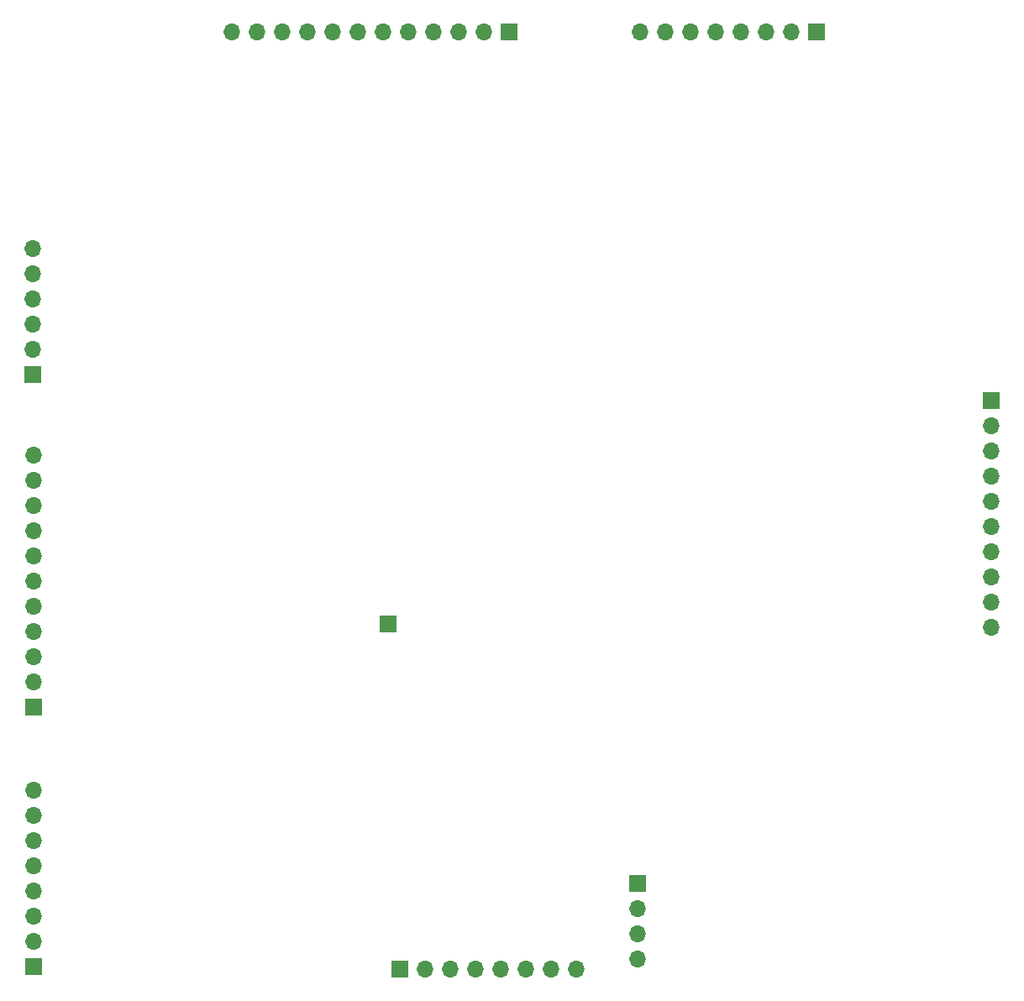
<source format=gbr>
%TF.GenerationSoftware,KiCad,Pcbnew,(6.0.0-0)*%
%TF.CreationDate,2022-02-14T22:32:37-05:00*%
%TF.ProjectId,control-unit,636f6e74-726f-46c2-9d75-6e69742e6b69,rev?*%
%TF.SameCoordinates,Original*%
%TF.FileFunction,Soldermask,Bot*%
%TF.FilePolarity,Negative*%
%FSLAX46Y46*%
G04 Gerber Fmt 4.6, Leading zero omitted, Abs format (unit mm)*
G04 Created by KiCad (PCBNEW (6.0.0-0)) date 2022-02-14 22:32:37*
%MOMM*%
%LPD*%
G01*
G04 APERTURE LIST*
%ADD10R,1.700000X1.700000*%
%ADD11O,1.700000X1.700000*%
G04 APERTURE END LIST*
D10*
%TO.C,J9*%
X120142000Y-117348000D03*
%TD*%
%TO.C,J8*%
X145288000Y-143510000D03*
D11*
X145288000Y-146050000D03*
X145288000Y-148590000D03*
X145288000Y-151130000D03*
%TD*%
D10*
%TO.C,J1*%
X121356000Y-152077000D03*
D11*
X123896000Y-152077000D03*
X126436000Y-152077000D03*
X128976000Y-152077000D03*
X131516000Y-152077000D03*
X134056000Y-152077000D03*
X136596000Y-152077000D03*
X139136000Y-152077000D03*
%TD*%
D10*
%TO.C,J3*%
X84446000Y-125675000D03*
D11*
X84446000Y-123135000D03*
X84446000Y-120595000D03*
X84446000Y-118055000D03*
X84446000Y-115515000D03*
X84446000Y-112975000D03*
X84446000Y-110435000D03*
X84446000Y-107895000D03*
X84446000Y-105355000D03*
X84446000Y-102815000D03*
X84446000Y-100275000D03*
%TD*%
D10*
%TO.C,J4*%
X180916000Y-94812000D03*
D11*
X180916000Y-97352000D03*
X180916000Y-99892000D03*
X180916000Y-102432000D03*
X180916000Y-104972000D03*
X180916000Y-107512000D03*
X180916000Y-110052000D03*
X180916000Y-112592000D03*
X180916000Y-115132000D03*
X180916000Y-117672000D03*
%TD*%
D10*
%TO.C,J5*%
X84328000Y-92167000D03*
D11*
X84328000Y-89627000D03*
X84328000Y-87087000D03*
X84328000Y-84547000D03*
X84328000Y-82007000D03*
X84328000Y-79467000D03*
%TD*%
D10*
%TO.C,J6*%
X132319000Y-57658000D03*
D11*
X129779000Y-57658000D03*
X127239000Y-57658000D03*
X124699000Y-57658000D03*
X122159000Y-57658000D03*
X119619000Y-57658000D03*
X117079000Y-57658000D03*
X114539000Y-57658000D03*
X111999000Y-57658000D03*
X109459000Y-57658000D03*
X106919000Y-57658000D03*
X104379000Y-57658000D03*
%TD*%
D10*
%TO.C,J7*%
X163316000Y-57642000D03*
D11*
X160776000Y-57642000D03*
X158236000Y-57642000D03*
X155696000Y-57642000D03*
X153156000Y-57642000D03*
X150616000Y-57642000D03*
X148076000Y-57642000D03*
X145536000Y-57642000D03*
%TD*%
D10*
%TO.C,J2*%
X84446000Y-151832000D03*
D11*
X84446000Y-149292000D03*
X84446000Y-146752000D03*
X84446000Y-144212000D03*
X84446000Y-141672000D03*
X84446000Y-139132000D03*
X84446000Y-136592000D03*
X84446000Y-134052000D03*
%TD*%
M02*

</source>
